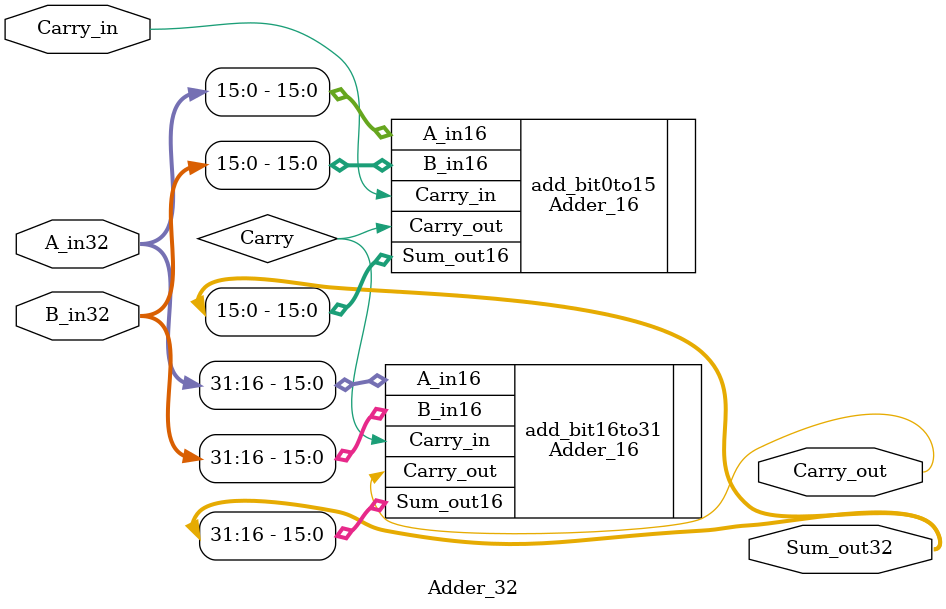
<source format=v>
`timescale 1ns / 1ps

module Adder_32
(
	input [31:0] A_in32, B_in32, 
	input Carry_in,
	output [31:0] Sum_out32,
	output Carry_out
);

wire Carry;


Adder_16 add_bit0to15 (
	.A_in16( A_in32[15:0] ),
	.B_in16( B_in32[15:0] ),
	.Carry_in( Carry_in ),
	
	.Sum_out16( Sum_out32[15:0] ),
	.Carry_out( Carry )
);

Adder_16 add_bit16to31 (
	.A_in16( A_in32[31:16] ),
	.B_in16( B_in32[31:16] ),
	.Carry_in( Carry ),
	
	.Sum_out16( Sum_out32[31:16] ),
	.Carry_out( Carry_out )
);

endmodule
</source>
